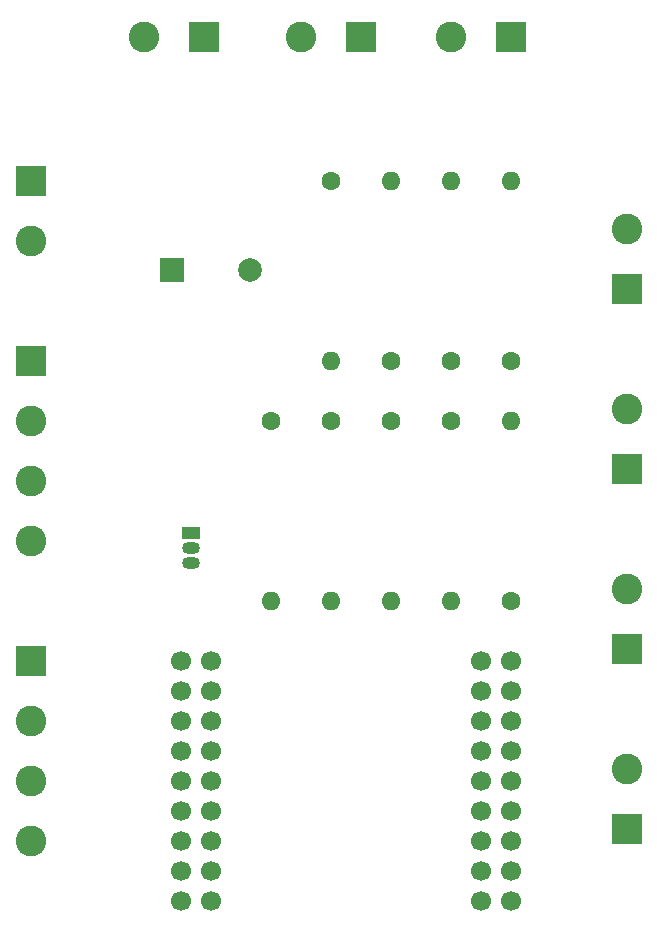
<source format=gbr>
%TF.GenerationSoftware,KiCad,Pcbnew,(7.0.0)*%
%TF.CreationDate,2023-03-15T19:38:10+01:00*%
%TF.ProjectId,QuinLED-ESP32-Breakout,5175696e-4c45-4442-9d45-535033322d42,rev?*%
%TF.SameCoordinates,Original*%
%TF.FileFunction,Soldermask,Top*%
%TF.FilePolarity,Negative*%
%FSLAX46Y46*%
G04 Gerber Fmt 4.6, Leading zero omitted, Abs format (unit mm)*
G04 Created by KiCad (PCBNEW (7.0.0)) date 2023-03-15 19:38:10*
%MOMM*%
%LPD*%
G01*
G04 APERTURE LIST*
%ADD10C,1.600000*%
%ADD11O,1.600000X1.600000*%
%ADD12R,2.600000X2.600000*%
%ADD13C,2.600000*%
%ADD14R,1.500000X1.050000*%
%ADD15O,1.500000X1.050000*%
%ADD16C,1.700000*%
%ADD17R,2.000000X2.000000*%
%ADD18C,2.000000*%
G04 APERTURE END LIST*
D10*
%TO.C,R8*%
X106680000Y-134620000D03*
D11*
X106679999Y-119379999D03*
%TD*%
D12*
%TO.C,Reed switch 3*%
X111759099Y-107209999D03*
D13*
X106679100Y-107210000D03*
%TD*%
D12*
%TO.C,LED 3 (GPIO13)*%
X121540999Y-143744999D03*
D13*
X121541000Y-138665000D03*
%TD*%
D12*
%TO.C,LED 2 (GPIO12)*%
X121540999Y-158984999D03*
D13*
X121541000Y-153905000D03*
%TD*%
D12*
%TO.C,PIR*%
X71119999Y-134619999D03*
D13*
X71120000Y-139700000D03*
X71120000Y-144780000D03*
X71120000Y-149860000D03*
%TD*%
D10*
%TO.C,R2*%
X96520000Y-139700000D03*
D11*
X96519999Y-154939999D03*
%TD*%
D14*
%TO.C,Q1*%
X84702999Y-149184499D03*
D15*
X84702999Y-150454499D03*
X84702999Y-151724499D03*
%TD*%
D10*
%TO.C,R4*%
X106680000Y-139700000D03*
D11*
X106679999Y-154939999D03*
%TD*%
D12*
%TO.C,TEMP BME280*%
X71119999Y-160019999D03*
D13*
X71120000Y-165100000D03*
X71120000Y-170180000D03*
X71120000Y-175260000D03*
%TD*%
D10*
%TO.C,R7*%
X101600000Y-134620000D03*
D11*
X101599999Y-119379999D03*
%TD*%
D10*
%TO.C,R1*%
X91440000Y-139700000D03*
D11*
X91439999Y-154939999D03*
%TD*%
D12*
%TO.C,LED 1 (GPIO4)*%
X121540999Y-174224999D03*
D13*
X121541000Y-169145000D03*
%TD*%
D12*
%TO.C,Reed switch 1*%
X85733299Y-107210999D03*
D13*
X80653300Y-107211000D03*
%TD*%
D12*
%TO.C,LED 4 (GPIO14)*%
X121540999Y-128504999D03*
D13*
X121541000Y-123425000D03*
%TD*%
D16*
%TO.C,U1*%
X83820000Y-160020000D03*
X83820000Y-162560000D03*
X83820000Y-165100000D03*
X83820000Y-167640000D03*
X83820000Y-170180000D03*
X83820000Y-172720000D03*
X83820000Y-175260000D03*
X83820000Y-177800000D03*
X83820000Y-180340000D03*
X86360000Y-160020000D03*
X86360000Y-162560000D03*
X86360000Y-165100000D03*
X86360000Y-167640000D03*
X86360000Y-170180000D03*
X86360000Y-172720000D03*
X86360000Y-175260000D03*
X86360000Y-177800000D03*
X86360000Y-180340000D03*
X109220000Y-160020000D03*
X109220000Y-162560000D03*
X109220000Y-165100000D03*
X109220000Y-167640000D03*
X109220000Y-170180000D03*
X109220000Y-172720000D03*
X109220000Y-175260000D03*
X109220000Y-177800000D03*
X109220000Y-180340000D03*
X111760000Y-160020000D03*
X111760000Y-162560000D03*
X111760000Y-165100000D03*
X111760000Y-167640000D03*
X111760000Y-170180000D03*
X111760000Y-172720000D03*
X111760000Y-175260000D03*
X111760000Y-177800000D03*
X111760000Y-180340000D03*
%TD*%
D10*
%TO.C,R9*%
X111760000Y-134620000D03*
D11*
X111759999Y-119379999D03*
%TD*%
D12*
%TO.C,12V INPUT*%
X71119999Y-119379999D03*
D13*
X71120000Y-124460000D03*
%TD*%
D10*
%TO.C,R3*%
X101600000Y-139700000D03*
D11*
X101599999Y-154939999D03*
%TD*%
D17*
%TO.C,Buzzer*%
X83059999Y-126921389D03*
D18*
X89660000Y-126921390D03*
%TD*%
D10*
%TO.C,R6*%
X96520000Y-119380000D03*
D11*
X96519999Y-134619999D03*
%TD*%
D12*
%TO.C,Reed switch 2*%
X99059099Y-107210499D03*
D13*
X93979100Y-107210500D03*
%TD*%
D10*
%TO.C,R5*%
X111760000Y-154940000D03*
D11*
X111759999Y-139699999D03*
%TD*%
M02*

</source>
